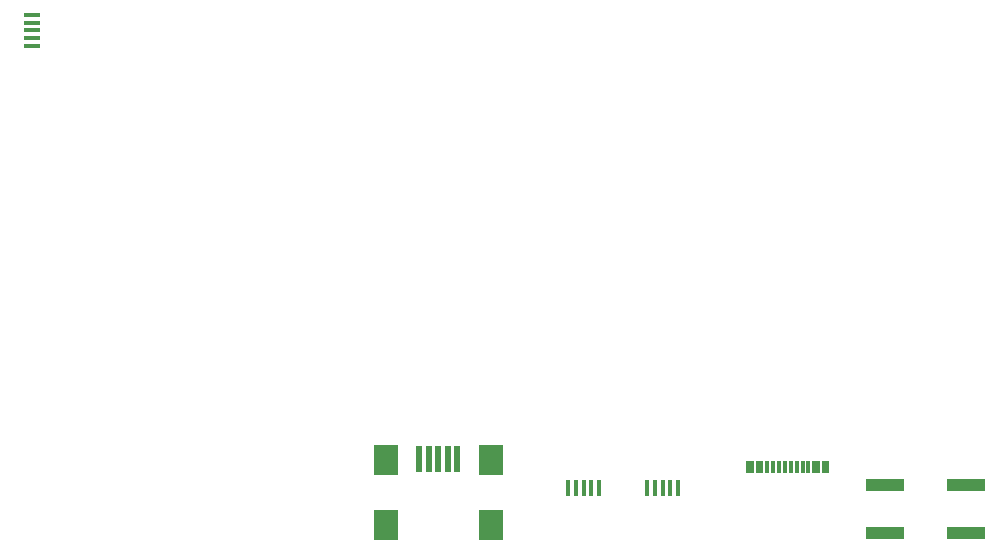
<source format=gbr>
G04 #@! TF.FileFunction,Paste,Top*
%FSLAX46Y46*%
G04 Gerber Fmt 4.6, Leading zero omitted, Abs format (unit mm)*
G04 Created by KiCad (PCBNEW 4.0.5+dfsg1-4) date Fri Oct  5 16:33:36 2018*
%MOMM*%
%LPD*%
G01*
G04 APERTURE LIST*
%ADD10C,0.100000*%
%ADD11R,0.300000X1.140000*%
%ADD12R,0.500380X2.301240*%
%ADD13R,1.998980X2.499360*%
%ADD14R,0.400000X1.350000*%
%ADD15R,1.350000X0.400000*%
%ADD16R,3.200000X1.000000*%
G04 APERTURE END LIST*
D10*
D11*
X117330000Y-92840000D03*
X117830000Y-92840000D03*
X118330000Y-92840000D03*
X118830000Y-92840000D03*
X119330000Y-92840000D03*
X119830000Y-92840000D03*
X120330000Y-92840000D03*
X120830000Y-92840000D03*
X115730000Y-92840000D03*
X116030000Y-92840000D03*
X116530000Y-92840000D03*
X116830000Y-92840000D03*
X121330000Y-92840000D03*
X121630000Y-92840000D03*
X122130000Y-92840000D03*
X122430000Y-92840000D03*
D12*
X87899800Y-92150680D03*
X88699900Y-92150680D03*
X89500000Y-92150680D03*
X90300100Y-92150680D03*
X91100200Y-92150680D03*
D13*
X85049920Y-92249740D03*
X85049920Y-97748840D03*
X93950080Y-92249740D03*
X93950080Y-97748840D03*
D14*
X109800000Y-94637460D03*
X109150000Y-94637460D03*
X101799100Y-94637460D03*
X107850000Y-94637460D03*
X107200000Y-94637460D03*
X100499100Y-94637460D03*
X101149100Y-94637460D03*
X108500000Y-94637460D03*
X102449100Y-94637460D03*
X103099100Y-94637460D03*
D15*
X55092540Y-54559100D03*
X55092540Y-55209100D03*
X55092540Y-55859100D03*
X55092540Y-56509100D03*
X55092540Y-57159100D03*
D16*
X134130000Y-94400000D03*
X127330000Y-94400000D03*
X127330000Y-98400000D03*
X134130000Y-98400000D03*
M02*

</source>
